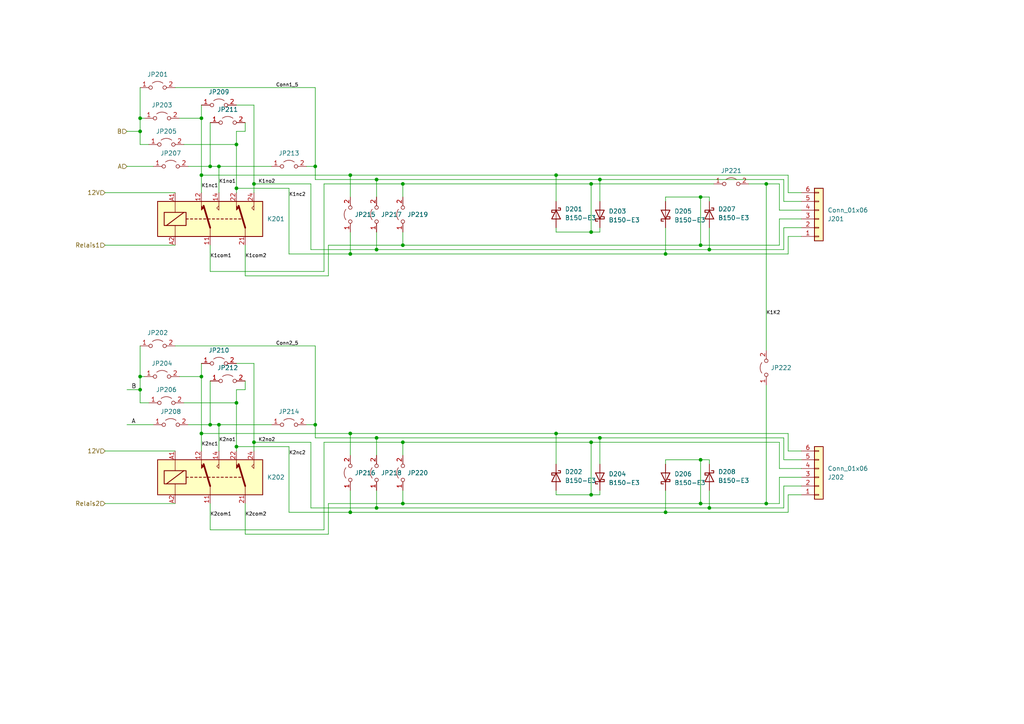
<source format=kicad_sch>
(kicad_sch (version 20211123) (generator eeschema)
  (paper "A4")
  (lib_symbols
    (symbol "Connector_Generic:Conn_01x06" (pin_names (offset 1.016) hide)
      (property "Reference" "J" (at 0 7.62 0))
      (property "Value" "Conn_01x06" (at 0 -10.16 0))
      (symbol "Conn_01x06_1_1"
        (rectangle (start -1.27 -7.493) (end 0 -7.747) (stroke (width 0.1524)))
        (rectangle (start -1.27 -4.953) (end 0 -5.207) (stroke (width 0.1524)))
        (rectangle (start -1.27 -2.413) (end 0 -2.667) (stroke (width 0.1524)))
        (rectangle (start -1.27 0.127) (end 0 -0.127) (stroke (width 0.1524)))
        (rectangle (start -1.27 2.667) (end 0 2.413) (stroke (width 0.1524)))
        (rectangle (start -1.27 5.207) (end 0 4.953) (stroke (width 0.1524)))
        (rectangle (start -1.27 6.35) (end 1.27 -8.89) (stroke (width 0.254)) (fill (type background)))
        (pin passive line (at -5.08 5.08 0) (length 3.81) (name "Pin_1") (number "1"))
        (pin passive line (at -5.08 2.54 0) (length 3.81) (name "Pin_2") (number "2"))
        (pin passive line (at -5.08 0 0) (length 3.81) (name "Pin_3") (number "3"))
        (pin passive line (at -5.08 -2.54 0) (length 3.81) (name "Pin_4") (number "4"))
        (pin passive line (at -5.08 -5.08 0) (length 3.81) (name "Pin_5") (number "5"))
        (pin passive line (at -5.08 -7.62 0) (length 3.81) (name "Pin_6") (number "6"))
      )
    )
    (symbol "Diode:B150-E3" (pin_numbers hide) (pin_names hide)
      (property "Reference" "D" (at 0 2.54 0))
      (property "Value" "B150-E3" (at 0 -2.54 0))
      (symbol "B150-E3_0_1"
        (polyline (pts (xy 1.27 0) (xy -1.27 0)))
        (polyline (pts (xy 1.27 1.27) (xy 1.27 -1.27) (xy -1.27 0) (xy 1.27 1.27)) (stroke (width 0.254)))
        (polyline (pts (xy -1.905 0.635) (xy -1.905 1.27) (xy -1.27 1.27) (xy -1.27 -1.27) (xy -0.635 -1.27) (xy -0.635 -0.635)) (stroke (width 0.254)))
      )
      (symbol "B150-E3_1_1"
        (pin passive line (at -3.81 0 0) (length 2.54) (name "K") (number "1"))
        (pin passive line (at 3.81 0 180) (length 2.54) (name "A") (number "2"))
      )
    )
    (symbol "Jumper:Jumper_2_Open" (pin_names (offset 0) hide)
      (property "Reference" "JP" (at 0 2.794 0))
      (property "Value" "Jumper_2_Open" (at 0 -2.286 0))
      (symbol "Jumper_2_Open_0_0"
        (circle (center -2.032 0) (radius 0.508))
        (circle (center 2.032 0) (radius 0.508))
      )
      (symbol "Jumper_2_Open_0_1"
        (arc (start 1.524 1.27) (mid 0 1.778) (end -1.524 1.27))
      )
      (symbol "Jumper_2_Open_1_1"
        (pin passive line (at -5.08 0 0) (length 2.54) (name "A") (number "1"))
        (pin passive line (at 5.08 0 180) (length 2.54) (name "B") (number "2"))
      )
    )
    (symbol "Relay:FINDER-40.52"
      (property "Reference" "K" (at 16.51 3.81 0))
      (property "Value" "FINDER-40.52" (at 16.51 1.27 0))
      (symbol "FINDER-40.52_0_1"
        (rectangle (start -15.24 5.08) (end 15.24 -5.08) (stroke (width 0.254)) (fill (type background)))
        (rectangle (start -13.335 1.905) (end -6.985 -1.905) (stroke (width 0.254)))
        (polyline (pts (xy -12.7 -1.905) (xy -7.62 1.905)) (stroke (width 0.254)))
        (polyline (pts (xy -10.16 -5.08) (xy -10.16 -1.905)))
        (polyline (pts (xy -10.16 5.08) (xy -10.16 1.905)))
        (polyline (pts (xy -6.985 0) (xy -6.35 0)) (stroke (width 0.254)))
        (polyline (pts (xy -5.715 0) (xy -5.08 0)) (stroke (width 0.254)))
        (polyline (pts (xy -4.445 0) (xy -3.81 0)) (stroke (width 0.254)))
        (polyline (pts (xy -3.175 0) (xy -2.54 0)) (stroke (width 0.254)))
        (polyline (pts (xy -1.905 0) (xy -1.27 0)) (stroke (width 0.254)))
        (polyline (pts (xy -0.635 0) (xy 0 0)) (stroke (width 0.254)))
        (polyline (pts (xy 0 -2.54) (xy -1.905 3.81)) (stroke (width 0.508)))
        (polyline (pts (xy 0 -2.54) (xy 0 -5.08)))
        (polyline (pts (xy 0.635 0) (xy 1.27 0)) (stroke (width 0.254)))
        (polyline (pts (xy 1.905 0) (xy 2.54 0)) (stroke (width 0.254)))
        (polyline (pts (xy 3.175 0) (xy 3.81 0)) (stroke (width 0.254)))
        (polyline (pts (xy 4.445 0) (xy 5.08 0)) (stroke (width 0.254)))
        (polyline (pts (xy 5.715 0) (xy 6.35 0)) (stroke (width 0.254)))
        (polyline (pts (xy 6.985 0) (xy 7.62 0)) (stroke (width 0.254)))
        (polyline (pts (xy 8.255 0) (xy 8.89 0)) (stroke (width 0.254)))
        (polyline (pts (xy 10.16 -2.54) (xy 8.255 3.81)) (stroke (width 0.508)))
        (polyline (pts (xy 10.16 -2.54) (xy 10.16 -5.08)))
        (polyline (pts (xy -2.54 5.08) (xy -2.54 2.54) (xy -1.905 3.175) (xy -2.54 3.81)) (fill (type outline)))
        (polyline (pts (xy 2.54 5.08) (xy 2.54 2.54) (xy 1.905 3.175) (xy 2.54 3.81)))
        (polyline (pts (xy 7.62 5.08) (xy 7.62 2.54) (xy 8.255 3.175) (xy 7.62 3.81)) (fill (type outline)))
        (polyline (pts (xy 12.7 5.08) (xy 12.7 2.54) (xy 12.065 3.175) (xy 12.7 3.81)))
      )
      (symbol "FINDER-40.52_1_1"
        (pin passive line (at 0 -7.62 90) (length 2.54) (name "~") (number "11"))
        (pin passive line (at -2.54 7.62 270) (length 2.54) (name "~") (number "12"))
        (pin passive line (at 2.54 7.62 270) (length 2.54) (name "~") (number "14"))
        (pin passive line (at 10.16 -7.62 90) (length 2.54) (name "~") (number "21"))
        (pin passive line (at 7.62 7.62 270) (length 2.54) (name "~") (number "22"))
        (pin passive line (at 12.7 7.62 270) (length 2.54) (name "~") (number "24"))
        (pin passive line (at -10.16 7.62 270) (length 2.54) (name "~") (number "A1"))
        (pin passive line (at -10.16 -7.62 90) (length 2.54) (name "~") (number "A2"))
      )
    )
  )
  (junction (at 58.42 125.73))
  (junction (at 58.42 34.29))
  (junction (at 193.04 148.59))
  (junction (at 73.66 53.34))
  (junction (at 173.99 52.07))
  (junction (at 101.6 125.73))
  (junction (at 161.29 125.73))
  (junction (at 40.64 113.03))
  (junction (at 173.99 127))
  (junction (at 116.84 71.12))
  (junction (at 171.45 143.51))
  (junction (at 161.29 50.8))
  (junction (at 63.5 123.19))
  (junction (at 193.04 73.66))
  (junction (at 60.96 123.19))
  (junction (at 58.42 109.22))
  (junction (at 40.64 109.22))
  (junction (at 205.74 72.39))
  (junction (at 68.58 129.54))
  (junction (at 222.25 146.05))
  (junction (at 203.2 57.15))
  (junction (at 40.64 34.29))
  (junction (at 205.74 147.32))
  (junction (at 203.2 133.35))
  (junction (at 109.22 127))
  (junction (at 171.45 53.34))
  (junction (at 68.58 41.91))
  (junction (at 109.22 147.32))
  (junction (at 101.6 50.8))
  (junction (at 171.45 128.27))
  (junction (at 116.84 146.05))
  (junction (at 109.22 52.07))
  (junction (at 58.42 50.8))
  (junction (at 60.96 48.26))
  (junction (at 109.22 72.39))
  (junction (at 101.6 148.59))
  (junction (at 91.44 123.19))
  (junction (at 73.66 128.27))
  (junction (at 116.84 128.27))
  (junction (at 101.6 73.66))
  (junction (at 116.84 53.34))
  (junction (at 203.2 71.12))
  (junction (at 203.2 146.05))
  (junction (at 68.58 116.84))
  (junction (at 222.25 53.34))
  (junction (at 171.45 67.31))
  (junction (at 68.58 54.61))
  (junction (at 91.44 48.26))
  (junction (at 40.64 38.1))
  (junction (at 63.5 48.26))
  (wire (pts (xy 91.44 123.19) (xy 88.9 123.19)))
  (wire (pts (xy 205.74 147.32) (xy 227.33 147.32)))
  (wire (pts (xy 95.25 71.12) (xy 116.84 71.12)))
  (wire (pts (xy 161.29 50.8) (xy 161.29 58.42)))
  (wire (pts (xy 83.82 129.54) (xy 68.58 129.54)))
  (wire (pts (xy 227.33 133.35) (xy 227.33 127)))
  (wire (pts (xy 53.34 41.91) (xy 68.58 41.91)))
  (wire (pts (xy 205.74 134.62) (xy 205.74 133.35)))
  (wire (pts (xy 53.34 116.84) (xy 68.58 116.84)))
  (wire (pts (xy 161.29 50.8) (xy 228.6 50.8)))
  (wire (pts (xy 161.29 142.24) (xy 161.29 143.51)))
  (wire (pts (xy 73.66 53.34) (xy 90.17 53.34)))
  (wire (pts (xy 101.6 50.8) (xy 161.29 50.8)))
  (wire (pts (xy 116.84 146.05) (xy 203.2 146.05)))
  (wire (pts (xy 171.45 53.34) (xy 207.01 53.34)))
  (wire (pts (xy 228.6 130.81) (xy 228.6 125.73)))
  (wire (pts (xy 58.42 105.41) (xy 58.42 109.22)))
  (wire (pts (xy 36.83 113.03) (xy 40.64 113.03)))
  (wire (pts (xy 109.22 52.07) (xy 109.22 57.15)))
  (wire (pts (xy 60.96 48.26) (xy 63.5 48.26)))
  (wire (pts (xy 90.17 147.32) (xy 109.22 147.32)))
  (wire (pts (xy 116.84 128.27) (xy 116.84 132.08)))
  (wire (pts (xy 173.99 127) (xy 173.99 134.62)))
  (wire (pts (xy 68.58 113.03) (xy 71.12 113.03)))
  (wire (pts (xy 91.44 123.19) (xy 91.44 100.33)))
  (wire (pts (xy 161.29 125.73) (xy 228.6 125.73)))
  (wire (pts (xy 161.29 66.04) (xy 161.29 67.31)))
  (wire (pts (xy 83.82 148.59) (xy 83.82 129.54)))
  (wire (pts (xy 116.84 142.24) (xy 116.84 146.05)))
  (wire (pts (xy 109.22 127) (xy 109.22 132.08)))
  (wire (pts (xy 73.66 105.41) (xy 73.66 128.27)))
  (wire (pts (xy 161.29 125.73) (xy 161.29 134.62)))
  (wire (pts (xy 193.04 142.24) (xy 193.04 148.59)))
  (wire (pts (xy 68.58 30.48) (xy 73.66 30.48)))
  (wire (pts (xy 58.42 125.73) (xy 101.6 125.73)))
  (wire (pts (xy 40.64 25.4) (xy 40.64 34.29)))
  (wire (pts (xy 161.29 67.31) (xy 171.45 67.31)))
  (wire (pts (xy 193.04 73.66) (xy 228.6 73.66)))
  (wire (pts (xy 60.96 35.56) (xy 60.96 48.26)))
  (wire (pts (xy 193.04 58.42) (xy 193.04 57.15)))
  (wire (pts (xy 71.12 154.94) (xy 71.12 146.05)))
  (wire (pts (xy 54.61 123.19) (xy 60.96 123.19)))
  (wire (pts (xy 68.58 105.41) (xy 73.66 105.41)))
  (wire (pts (xy 52.07 109.22) (xy 58.42 109.22)))
  (wire (pts (xy 91.44 48.26) (xy 91.44 25.4)))
  (wire (pts (xy 173.99 52.07) (xy 173.99 58.42)))
  (wire (pts (xy 68.58 38.1) (xy 71.12 38.1)))
  (wire (pts (xy 54.61 48.26) (xy 60.96 48.26)))
  (wire (pts (xy 116.84 53.34) (xy 116.84 57.15)))
  (wire (pts (xy 161.29 143.51) (xy 171.45 143.51)))
  (wire (pts (xy 60.96 146.05) (xy 60.96 153.67)))
  (wire (pts (xy 63.5 123.19) (xy 63.5 130.81)))
  (wire (pts (xy 116.84 128.27) (xy 171.45 128.27)))
  (wire (pts (xy 232.41 133.35) (xy 227.33 133.35)))
  (wire (pts (xy 73.66 53.34) (xy 73.66 55.88)))
  (wire (pts (xy 73.66 128.27) (xy 73.66 130.81)))
  (wire (pts (xy 232.41 143.51) (xy 228.6 143.51)))
  (wire (pts (xy 90.17 72.39) (xy 109.22 72.39)))
  (wire (pts (xy 232.41 58.42) (xy 227.33 58.42)))
  (wire (pts (xy 173.99 142.24) (xy 173.99 143.51)))
  (wire (pts (xy 203.2 146.05) (xy 222.25 146.05)))
  (wire (pts (xy 203.2 133.35) (xy 203.2 146.05)))
  (wire (pts (xy 227.33 140.97) (xy 227.33 147.32)))
  (wire (pts (xy 93.98 53.34) (xy 116.84 53.34)))
  (wire (pts (xy 205.74 142.24) (xy 205.74 147.32)))
  (wire (pts (xy 68.58 41.91) (xy 68.58 38.1)))
  (wire (pts (xy 83.82 73.66) (xy 101.6 73.66)))
  (wire (pts (xy 63.5 48.26) (xy 63.5 55.88)))
  (wire (pts (xy 91.44 52.07) (xy 109.22 52.07)))
  (wire (pts (xy 60.96 71.12) (xy 60.96 78.74)))
  (wire (pts (xy 222.25 111.76) (xy 222.25 146.05)))
  (wire (pts (xy 68.58 116.84) (xy 68.58 113.03)))
  (wire (pts (xy 109.22 72.39) (xy 205.74 72.39)))
  (wire (pts (xy 83.82 148.59) (xy 101.6 148.59)))
  (wire (pts (xy 232.41 130.81) (xy 228.6 130.81)))
  (wire (pts (xy 30.48 71.12) (xy 50.8 71.12)))
  (wire (pts (xy 91.44 127) (xy 109.22 127)))
  (wire (pts (xy 205.74 72.39) (xy 227.33 72.39)))
  (wire (pts (xy 232.41 55.88) (xy 228.6 55.88)))
  (wire (pts (xy 203.2 71.12) (xy 226.06 71.12)))
  (wire (pts (xy 109.22 127) (xy 173.99 127)))
  (wire (pts (xy 232.41 138.43) (xy 226.06 138.43)))
  (wire (pts (xy 101.6 73.66) (xy 193.04 73.66)))
  (wire (pts (xy 50.8 25.4) (xy 91.44 25.4)))
  (wire (pts (xy 60.96 123.19) (xy 63.5 123.19)))
  (wire (pts (xy 101.6 125.73) (xy 161.29 125.73)))
  (wire (pts (xy 36.83 123.19) (xy 44.45 123.19)))
  (wire (pts (xy 173.99 67.31) (xy 173.99 66.04)))
  (wire (pts (xy 60.96 153.67) (xy 93.98 153.67)))
  (wire (pts (xy 52.07 34.29) (xy 58.42 34.29)))
  (wire (pts (xy 109.22 142.24) (xy 109.22 147.32)))
  (wire (pts (xy 228.6 143.51) (xy 228.6 148.59)))
  (wire (pts (xy 50.8 100.33) (xy 91.44 100.33)))
  (wire (pts (xy 232.41 66.04) (xy 227.33 66.04)))
  (wire (pts (xy 226.06 135.89) (xy 226.06 128.27)))
  (wire (pts (xy 36.83 48.26) (xy 44.45 48.26)))
  (wire (pts (xy 95.25 71.12) (xy 95.25 80.01)))
  (wire (pts (xy 205.74 66.04) (xy 205.74 72.39)))
  (wire (pts (xy 101.6 67.31) (xy 101.6 73.66)))
  (wire (pts (xy 226.06 63.5) (xy 226.06 71.12)))
  (wire (pts (xy 193.04 57.15) (xy 203.2 57.15)))
  (wire (pts (xy 228.6 68.58) (xy 228.6 73.66)))
  (wire (pts (xy 71.12 110.49) (xy 71.12 113.03)))
  (wire (pts (xy 222.25 53.34) (xy 222.25 101.6)))
  (wire (pts (xy 71.12 80.01) (xy 71.12 71.12)))
  (wire (pts (xy 226.06 138.43) (xy 226.06 146.05)))
  (wire (pts (xy 227.33 58.42) (xy 227.33 52.07)))
  (wire (pts (xy 222.25 53.34) (xy 226.06 53.34)))
  (wire (pts (xy 68.58 116.84) (xy 68.58 129.54)))
  (wire (pts (xy 93.98 128.27) (xy 116.84 128.27)))
  (wire (pts (xy 91.44 123.19) (xy 91.44 127)))
  (wire (pts (xy 228.6 55.88) (xy 228.6 50.8)))
  (wire (pts (xy 116.84 53.34) (xy 171.45 53.34)))
  (wire (pts (xy 101.6 148.59) (xy 193.04 148.59)))
  (wire (pts (xy 116.84 71.12) (xy 203.2 71.12)))
  (wire (pts (xy 40.64 38.1) (xy 40.64 41.91)))
  (wire (pts (xy 83.82 73.66) (xy 83.82 54.61)))
  (wire (pts (xy 78.74 123.19) (xy 63.5 123.19)))
  (wire (pts (xy 171.45 128.27) (xy 171.45 143.51)))
  (wire (pts (xy 30.48 130.81) (xy 50.8 130.81)))
  (wire (pts (xy 40.64 100.33) (xy 40.64 109.22)))
  (wire (pts (xy 101.6 125.73) (xy 101.6 132.08)))
  (wire (pts (xy 40.64 41.91) (xy 43.18 41.91)))
  (wire (pts (xy 58.42 34.29) (xy 58.42 50.8)))
  (wire (pts (xy 171.45 128.27) (xy 226.06 128.27)))
  (wire (pts (xy 101.6 142.24) (xy 101.6 148.59)))
  (wire (pts (xy 232.41 140.97) (xy 227.33 140.97)))
  (wire (pts (xy 71.12 35.56) (xy 71.12 38.1)))
  (wire (pts (xy 40.64 116.84) (xy 43.18 116.84)))
  (wire (pts (xy 78.74 48.26) (xy 63.5 48.26)))
  (wire (pts (xy 109.22 67.31) (xy 109.22 72.39)))
  (wire (pts (xy 60.96 110.49) (xy 60.96 123.19)))
  (wire (pts (xy 71.12 80.01) (xy 95.25 80.01)))
  (wire (pts (xy 193.04 133.35) (xy 203.2 133.35)))
  (wire (pts (xy 109.22 52.07) (xy 173.99 52.07)))
  (wire (pts (xy 171.45 67.31) (xy 173.99 67.31)))
  (wire (pts (xy 90.17 53.34) (xy 90.17 72.39)))
  (wire (pts (xy 193.04 134.62) (xy 193.04 133.35)))
  (wire (pts (xy 93.98 53.34) (xy 93.98 78.74)))
  (wire (pts (xy 226.06 60.96) (xy 226.06 53.34)))
  (wire (pts (xy 58.42 30.48) (xy 58.42 34.29)))
  (wire (pts (xy 232.41 135.89) (xy 226.06 135.89)))
  (wire (pts (xy 41.91 34.29) (xy 40.64 34.29)))
  (wire (pts (xy 73.66 30.48) (xy 73.66 53.34)))
  (wire (pts (xy 58.42 50.8) (xy 101.6 50.8)))
  (wire (pts (xy 58.42 109.22) (xy 58.42 125.73)))
  (wire (pts (xy 205.74 57.15) (xy 205.74 58.42)))
  (wire (pts (xy 171.45 53.34) (xy 171.45 67.31)))
  (wire (pts (xy 36.83 38.1) (xy 40.64 38.1)))
  (wire (pts (xy 68.58 54.61) (xy 68.58 55.88)))
  (wire (pts (xy 58.42 50.8) (xy 58.42 55.88)))
  (wire (pts (xy 232.41 68.58) (xy 228.6 68.58)))
  (wire (pts (xy 95.25 146.05) (xy 116.84 146.05)))
  (wire (pts (xy 193.04 148.59) (xy 228.6 148.59)))
  (wire (pts (xy 171.45 143.51) (xy 173.99 143.51)))
  (wire (pts (xy 68.58 129.54) (xy 68.58 130.81)))
  (wire (pts (xy 203.2 57.15) (xy 205.74 57.15)))
  (wire (pts (xy 73.66 128.27) (xy 90.17 128.27)))
  (wire (pts (xy 203.2 57.15) (xy 203.2 71.12)))
  (wire (pts (xy 30.48 55.88) (xy 50.8 55.88)))
  (wire (pts (xy 222.25 146.05) (xy 226.06 146.05)))
  (wire (pts (xy 83.82 54.61) (xy 68.58 54.61)))
  (wire (pts (xy 93.98 128.27) (xy 93.98 153.67)))
  (wire (pts (xy 90.17 128.27) (xy 90.17 147.32)))
  (wire (pts (xy 30.48 146.05) (xy 50.8 146.05)))
  (wire (pts (xy 40.64 113.03) (xy 40.64 116.84)))
  (wire (pts (xy 68.58 41.91) (xy 68.58 54.61)))
  (wire (pts (xy 109.22 147.32) (xy 205.74 147.32)))
  (wire (pts (xy 40.64 109.22) (xy 40.64 113.03)))
  (wire (pts (xy 91.44 48.26) (xy 91.44 52.07)))
  (wire (pts (xy 227.33 66.04) (xy 227.33 72.39)))
  (wire (pts (xy 41.91 109.22) (xy 40.64 109.22)))
  (wire (pts (xy 173.99 127) (xy 227.33 127)))
  (wire (pts (xy 232.41 60.96) (xy 226.06 60.96)))
  (wire (pts (xy 173.99 52.07) (xy 227.33 52.07)))
  (wire (pts (xy 101.6 50.8) (xy 101.6 57.15)))
  (wire (pts (xy 91.44 48.26) (xy 88.9 48.26)))
  (wire (pts (xy 71.12 154.94) (xy 95.25 154.94)))
  (wire (pts (xy 95.25 146.05) (xy 95.25 154.94)))
  (wire (pts (xy 217.17 53.34) (xy 222.25 53.34)))
  (wire (pts (xy 203.2 133.35) (xy 205.74 133.35)))
  (wire (pts (xy 60.96 78.74) (xy 93.98 78.74)))
  (wire (pts (xy 58.42 125.73) (xy 58.42 130.81)))
  (wire (pts (xy 232.41 63.5) (xy 226.06 63.5)))
  (wire (pts (xy 193.04 66.04) (xy 193.04 73.66)))
  (wire (pts (xy 116.84 67.31) (xy 116.84 71.12)))
  (wire (pts (xy 40.64 34.29) (xy 40.64 38.1)))
  (label "Conn2_5" (at 80.01 100.33 0) (effects (font (size 1 1))))
  (label "K2no2" (at 74.93 128.27 0) (effects (font (size 1 1))))
  (label "Conn1_5" (at 80.01 25.4 0) (effects (font (size 1 1))))
  (label "K1com2" (at 71.12 74.93 0) (effects (font (size 1 1))))
  (label "K2no1" (at 63.5 128.27 0) (effects (font (size 1 1))))
  (label "A" (at 38.1 123.19 0))
  (label "K2com2" (at 71.12 149.86 0) (effects (font (size 1 1))))
  (label "K1com1" (at 60.96 74.93 0) (effects (font (size 1 1))))
  (label "K1nc2" (at 83.82 57.15 0) (effects (font (size 1 1))))
  (label "B" (at 38.1 113.03 0))
  (label "K1no2" (at 74.93 53.34 0) (effects (font (size 1 1))))
  (label "K2com1" (at 60.96 149.86 0) (effects (font (size 1 1))))
  (label "K1no1" (at 63.5 53.34 0) (effects (font (size 1 1))))
  (label "K1K2" (at 222.25 91.44 0) (effects (font (size 1 1))))
  (label "K2nc1" (at 58.42 129.54 0) (effects (font (size 1 1))))
  (label "K2nc2" (at 83.82 132.08 0) (effects (font (size 1 1))))
  (label "K1nc1" (at 58.42 54.61 0) (effects (font (size 1 1))))
  (hierarchical_label "Relais1" (shape input) (at 30.48 71.12 180))
  (hierarchical_label "12V" (shape input) (at 30.48 55.88 180))
  (hierarchical_label "Relais2" (shape input) (at 30.48 146.05 180))
  (hierarchical_label "12V" (shape input) (at 30.48 130.81 180))
  (hierarchical_label "A" (shape input) (at 36.83 48.26 180))
  (hierarchical_label "B" (shape input) (at 36.83 38.1 180))
  (symbol (lib_id "Diode:B150-E3") (at 173.99 138.43 90) (unit 1)
    (property "Reference" "D204" (at 176.53 137.4774 90) (effects (justify right)))
    (property "Value" "B150-E3" (at 176.53 140.0174 90) (effects (justify right)))
    (property "Footprint" "Diode_SMD:D_SMA" (effects hide))
    (property "Datasheet" "http://www.vishay.com/docs/88946/b120.pdf" (effects hide))
  )
  (symbol (lib_id "Jumper:Jumper_2_Open") (at 101.6 62.23 90) (unit 1)
    (property "Reference" "JP215" (at 102.87 62.2299 90) (effects (justify right)))
    (property "Value" "Jumper_2_Open" (effects hide))
    (property "Footprint" "Connector_PinSocket_2.54mm:PinSocket_1x02_P2.54mm_Vertical" (effects hide))
  )
  (symbol (lib_id "Jumper:Jumper_2_Open") (at 66.04 35.56 0) (unit 1)
    (property "Reference" "JP211" (at 66.04 31.75 0))
    (property "Value" "Jumper_2_Open" (effects hide))
    (property "Footprint" "Connector_PinSocket_2.54mm:PinSocket_1x02_P2.54mm_Vertical" (effects hide))
  )
  (symbol (lib_id "Jumper:Jumper_2_Open") (at 45.72 100.33 0) (unit 1)
    (property "Reference" "JP202" (at 45.72 96.52 0))
    (property "Value" "Jumper_2_Open" (effects hide))
    (property "Footprint" "Connector_PinSocket_2.54mm:PinSocket_1x02_P2.54mm_Vertical" (effects hide))
  )
  (symbol (lib_id "Relay:FINDER-40.52") (at 60.96 63.5 0) (unit 1)
    (property "Reference" "K201" (at 77.47 63.4999 0) (effects (justify left)))
    (property "Value" "FINDER-40.52" (effects hide))
    (property "Footprint" "Relay_THT:Relay_DPDT_Finder_40.52" (effects hide))
    (property "Datasheet" "http://gfinder.findernet.com/assets/Series/353/S40EN.pdf" (effects hide))
  )
  (symbol (lib_id "Jumper:Jumper_2_Open") (at 63.5 105.41 0) (unit 1)
    (property "Reference" "JP210" (at 63.5 101.6 0))
    (property "Value" "Jumper_2_Open" (effects hide))
    (property "Footprint" "Connector_PinSocket_2.54mm:PinSocket_1x02_P2.54mm_Vertical" (effects hide))
  )
  (symbol (lib_id "Relay:FINDER-40.52") (at 60.96 138.43 0) (unit 1)
    (property "Reference" "K202" (at 77.47 138.4299 0) (effects (justify left)))
    (property "Value" "FINDER-40.52" (effects hide))
    (property "Footprint" "Relay_THT:Relay_DPDT_Finder_40.52" (effects hide))
    (property "Datasheet" "http://gfinder.findernet.com/assets/Series/353/S40EN.pdf" (effects hide))
  )
  (symbol (lib_id "Jumper:Jumper_2_Open") (at 45.72 25.4 0) (unit 1)
    (property "Reference" "JP201" (at 45.72 21.59 0))
    (property "Value" "Jumper_2_Open" (effects hide))
    (property "Footprint" "Connector_PinSocket_2.54mm:PinSocket_1x02_P2.54mm_Vertical" (effects hide))
  )
  (symbol (lib_id "Diode:B150-E3") (at 193.04 138.43 90) (unit 1)
    (property "Reference" "D206" (at 195.58 137.4774 90) (effects (justify right)))
    (property "Value" "B150-E3" (at 195.58 140.0174 90) (effects (justify right)))
    (property "Footprint" "Diode_SMD:D_SMA" (effects hide))
    (property "Datasheet" "http://www.vishay.com/docs/88946/b120.pdf" (effects hide))
  )
  (symbol (lib_id "Connector_Generic:Conn_01x06") (at 237.49 63.5 0) (mirror x) (unit 1)
    (property "Reference" "J201" (at 240.03 63.5001 0) (effects (justify left)))
    (property "Value" "Conn_01x06" (at 240.03 60.9601 0) (effects (justify left)))
    (property "Footprint" "TerminalBlock_Phoenix:TerminalBlock_Phoenix_MPT-0,5-6-2.54_1x06_P2.54mm_Horizontal" (effects hide))
  )
  (symbol (lib_id "Diode:B150-E3") (at 161.29 138.43 270) (unit 1)
    (property "Reference" "D202" (at 163.83 136.8424 90) (effects (justify left)))
    (property "Value" "B150-E3" (at 163.83 139.3824 90) (effects (justify left)))
    (property "Footprint" "Diode_SMD:D_SMA" (effects hide))
    (property "Datasheet" "http://www.vishay.com/docs/88946/b120.pdf" (effects hide))
  )
  (symbol (lib_id "Connector_Generic:Conn_01x06") (at 237.49 138.43 0) (mirror x) (unit 1)
    (property "Reference" "J202" (at 240.03 138.4301 0) (effects (justify left)))
    (property "Value" "Conn_01x06" (at 240.03 135.8901 0) (effects (justify left)))
    (property "Footprint" "TerminalBlock_Phoenix:TerminalBlock_Phoenix_MPT-0,5-6-2.54_1x06_P2.54mm_Horizontal" (effects hide))
  )
  (symbol (lib_id "Jumper:Jumper_2_Open") (at 83.82 48.26 0) (unit 1)
    (property "Reference" "JP213" (at 83.82 44.45 0))
    (property "Value" "Jumper_2_Open" (effects hide))
    (property "Footprint" "Connector_PinSocket_2.54mm:PinSocket_1x02_P2.54mm_Vertical" (effects hide))
  )
  (symbol (lib_id "Jumper:Jumper_2_Open") (at 49.53 123.19 0) (unit 1)
    (property "Reference" "JP208" (at 49.53 119.38 0))
    (property "Value" "Jumper_2_Open" (effects hide))
    (property "Footprint" "Connector_PinSocket_2.54mm:PinSocket_1x02_P2.54mm_Vertical" (effects hide))
  )
  (symbol (lib_id "Jumper:Jumper_2_Open") (at 116.84 137.16 90) (unit 1)
    (property "Reference" "JP220" (at 118.11 137.1599 90) (effects (justify right)))
    (property "Value" "Jumper_2_Open" (effects hide))
    (property "Footprint" "Connector_PinSocket_2.54mm:PinSocket_1x02_P2.54mm_Vertical" (effects hide))
  )
  (symbol (lib_id "Jumper:Jumper_2_Open") (at 116.84 62.23 90) (unit 1)
    (property "Reference" "JP219" (at 118.11 62.2299 90) (effects (justify right)))
    (property "Value" "Jumper_2_Open" (effects hide))
    (property "Footprint" "Connector_PinSocket_2.54mm:PinSocket_1x02_P2.54mm_Vertical" (effects hide))
  )
  (symbol (lib_id "Jumper:Jumper_2_Open") (at 63.5 30.48 0) (unit 1)
    (property "Reference" "JP209" (at 63.5 26.67 0))
    (property "Value" "Jumper_2_Open" (effects hide))
    (property "Footprint" "Connector_PinSocket_2.54mm:PinSocket_1x02_P2.54mm_Vertical" (effects hide))
  )
  (symbol (lib_id "Jumper:Jumper_2_Open") (at 212.09 53.34 0) (unit 1)
    (property "Reference" "JP221" (at 212.09 49.53 0))
    (property "Value" "Jumper_2_Open" (effects hide))
    (property "Footprint" "Connector_PinSocket_2.54mm:PinSocket_1x02_P2.54mm_Vertical" (effects hide))
  )
  (symbol (lib_id "Jumper:Jumper_2_Open") (at 83.82 123.19 0) (unit 1)
    (property "Reference" "JP214" (at 83.82 119.38 0))
    (property "Value" "Jumper_2_Open" (effects hide))
    (property "Footprint" "Connector_PinSocket_2.54mm:PinSocket_1x02_P2.54mm_Vertical" (effects hide))
  )
  (symbol (lib_id "Jumper:Jumper_2_Open") (at 48.26 41.91 0) (unit 1)
    (property "Reference" "JP205" (at 48.26 38.1 0))
    (property "Value" "Jumper_2_Open" (effects hide))
    (property "Footprint" "Connector_PinSocket_2.54mm:PinSocket_1x02_P2.54mm_Vertical" (effects hide))
  )
  (symbol (lib_id "Jumper:Jumper_2_Open") (at 48.26 116.84 0) (unit 1)
    (property "Reference" "JP206" (at 48.26 113.03 0))
    (property "Value" "Jumper_2_Open" (effects hide))
    (property "Footprint" "Connector_PinSocket_2.54mm:PinSocket_1x02_P2.54mm_Vertical" (effects hide))
  )
  (symbol (lib_id "Jumper:Jumper_2_Open") (at 49.53 48.26 0) (unit 1)
    (property "Reference" "JP207" (at 49.53 44.45 0))
    (property "Value" "Jumper_2_Open" (effects hide))
    (property "Footprint" "Connector_PinSocket_2.54mm:PinSocket_1x02_P2.54mm_Vertical" (effects hide))
  )
  (symbol (lib_id "Jumper:Jumper_2_Open") (at 222.25 106.68 90) (unit 1)
    (property "Reference" "JP222" (at 223.52 106.6799 90) (effects (justify right)))
    (property "Value" "Jumper_2_Open" (effects hide))
    (property "Footprint" "Connector_PinSocket_2.54mm:PinSocket_1x02_P2.54mm_Vertical" (effects hide))
  )
  (symbol (lib_id "Jumper:Jumper_2_Open") (at 101.6 137.16 90) (unit 1)
    (property "Reference" "JP216" (at 102.87 137.1599 90) (effects (justify right)))
    (property "Value" "Jumper_2_Open" (effects hide))
    (property "Footprint" "Connector_PinSocket_2.54mm:PinSocket_1x02_P2.54mm_Vertical" (effects hide))
  )
  (symbol (lib_id "Diode:B150-E3") (at 205.74 138.43 270) (unit 1)
    (property "Reference" "D208" (at 208.28 136.8424 90) (effects (justify left)))
    (property "Value" "B150-E3" (at 208.28 139.3824 90) (effects (justify left)))
    (property "Footprint" "Diode_SMD:D_SMA" (effects hide))
    (property "Datasheet" "http://www.vishay.com/docs/88946/b120.pdf" (effects hide))
  )
  (symbol (lib_id "Jumper:Jumper_2_Open") (at 109.22 137.16 90) (unit 1)
    (property "Reference" "JP218" (at 110.49 137.1599 90) (effects (justify right)))
    (property "Value" "Jumper_2_Open" (effects hide))
    (property "Footprint" "Connector_PinSocket_2.54mm:PinSocket_1x02_P2.54mm_Vertical" (effects hide))
  )
  (symbol (lib_id "Jumper:Jumper_2_Open") (at 46.99 34.29 0) (unit 1)
    (property "Reference" "JP203" (at 46.99 30.48 0))
    (property "Value" "Jumper_2_Open" (effects hide))
    (property "Footprint" "Connector_PinSocket_2.54mm:PinSocket_1x02_P2.54mm_Vertical" (effects hide))
  )
  (symbol (lib_id "Jumper:Jumper_2_Open") (at 66.04 110.49 0) (unit 1)
    (property "Reference" "JP212" (at 66.04 106.68 0))
    (property "Value" "Jumper_2_Open" (effects hide))
    (property "Footprint" "Connector_PinSocket_2.54mm:PinSocket_1x02_P2.54mm_Vertical" (effects hide))
  )
  (symbol (lib_id "Diode:B150-E3") (at 193.04 62.23 90) (unit 1)
    (property "Reference" "D205" (at 195.58 61.2774 90) (effects (justify right)))
    (property "Value" "B150-E3" (at 195.58 63.8174 90) (effects (justify right)))
    (property "Footprint" "Diode_SMD:D_SMA" (effects hide))
    (property "Datasheet" "http://www.vishay.com/docs/88946/b120.pdf" (effects hide))
  )
  (symbol (lib_id "Diode:B150-E3") (at 205.74 62.23 270) (unit 1)
    (property "Reference" "D207" (at 208.28 60.6424 90) (effects (justify left)))
    (property "Value" "B150-E3" (at 208.28 63.1824 90) (effects (justify left)))
    (property "Footprint" "Diode_SMD:D_SMA" (effects hide))
    (property "Datasheet" "http://www.vishay.com/docs/88946/b120.pdf" (effects hide))
  )
  (symbol (lib_id "Jumper:Jumper_2_Open") (at 46.99 109.22 0) (unit 1)
    (property "Reference" "JP204" (at 46.99 105.41 0))
    (property "Value" "Jumper_2_Open" (effects hide))
    (property "Footprint" "Connector_PinSocket_2.54mm:PinSocket_1x02_P2.54mm_Vertical" (effects hide))
  )
  (symbol (lib_id "Diode:B150-E3") (at 173.99 62.23 90) (unit 1)
    (property "Reference" "D203" (at 176.53 61.2774 90) (effects (justify right)))
    (property "Value" "B150-E3" (at 176.53 63.8174 90) (effects (justify right)))
    (property "Footprint" "Diode_SMD:D_SMA" (effects hide))
    (property "Datasheet" "http://www.vishay.com/docs/88946/b120.pdf" (effects hide))
  )
  (symbol (lib_id "Jumper:Jumper_2_Open") (at 109.22 62.23 90) (unit 1)
    (property "Reference" "JP217" (at 110.49 62.2299 90) (effects (justify right)))
    (property "Value" "Jumper_2_Open" (effects hide))
    (property "Footprint" "Connector_PinSocket_2.54mm:PinSocket_1x02_P2.54mm_Vertical" (effects hide))
  )
  (symbol (lib_id "Diode:B150-E3") (at 161.29 62.23 270) (unit 1)
    (property "Reference" "D201" (at 163.83 60.6424 90) (effects (justify left)))
    (property "Value" "B150-E3" (at 163.83 63.1824 90) (effects (justify left)))
    (property "Footprint" "Diode_SMD:D_SMA" (effects hide))
    (property "Datasheet" "http://www.vishay.com/docs/88946/b120.pdf" (effects hide))
  )
)
</source>
